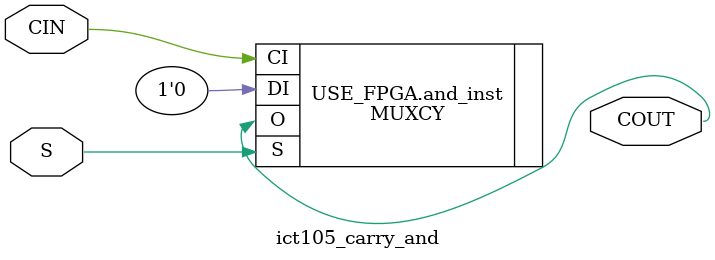
<source format=v>
`timescale 1ps/1ps


module ict105_carry_and #
  (
   parameter         C_FAMILY                         = "virtex6"
                       // FPGA Family. Current version: virtex6 or spartan6.
   )
  (
   input  wire        CIN,
   input  wire        S,
   output wire        COUT
   );
  
  
  /////////////////////////////////////////////////////////////////////////////
  // Variables for generating parameter controlled instances.
  /////////////////////////////////////////////////////////////////////////////
  
  
  /////////////////////////////////////////////////////////////////////////////
  // Local params
  /////////////////////////////////////////////////////////////////////////////
  
  
  /////////////////////////////////////////////////////////////////////////////
  // Functions
  /////////////////////////////////////////////////////////////////////////////
  
  
  /////////////////////////////////////////////////////////////////////////////
  // Internal signals
  /////////////////////////////////////////////////////////////////////////////

  
  /////////////////////////////////////////////////////////////////////////////
  // Instantiate or use RTL code
  /////////////////////////////////////////////////////////////////////////////
  
  generate
    if ( C_FAMILY == "rtl" ) begin : USE_RTL
      assign COUT = CIN & S;
      
    end else begin : USE_FPGA
      MUXCY and_inst 
      (
       .O (COUT), 
       .CI (CIN), 
       .DI (1'b0), 
       .S (S)
      ); 
      
    end
  endgenerate
  
  
endmodule


</source>
